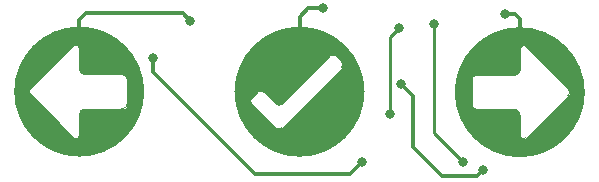
<source format=gbr>
%TF.GenerationSoftware,KiCad,Pcbnew,(6.0.10)*%
%TF.CreationDate,2023-01-10T11:01:26+01:00*%
%TF.ProjectId,Touchpad,546f7563-6870-4616-942e-6b696361645f,rev?*%
%TF.SameCoordinates,Original*%
%TF.FileFunction,Copper,L1,Top*%
%TF.FilePolarity,Positive*%
%FSLAX46Y46*%
G04 Gerber Fmt 4.6, Leading zero omitted, Abs format (unit mm)*
G04 Created by KiCad (PCBNEW (6.0.10)) date 2023-01-10 11:01:26*
%MOMM*%
%LPD*%
G01*
G04 APERTURE LIST*
%TA.AperFunction,EtchedComponent*%
%ADD10C,0.100000*%
%TD*%
%TA.AperFunction,EtchedComponent*%
%ADD11C,1.000000*%
%TD*%
%TA.AperFunction,EtchedComponent*%
%ADD12C,0.010000*%
%TD*%
%TA.AperFunction,EtchedComponent*%
%ADD13C,0.120000*%
%TD*%
%TA.AperFunction,SMDPad,CuDef*%
%ADD14R,0.355600X0.500000*%
%TD*%
%TA.AperFunction,ViaPad*%
%ADD15C,0.800000*%
%TD*%
%TA.AperFunction,Conductor*%
%ADD16C,0.355600*%
%TD*%
%TA.AperFunction,Conductor*%
%ADD17C,0.254000*%
%TD*%
G04 APERTURE END LIST*
D10*
%TO.C,TP3*%
X217350000Y-69575430D02*
X217350000Y-67797430D01*
X213286000Y-70083430D02*
X216855915Y-70085197D01*
X221731500Y-71543930D02*
X217858000Y-75417430D01*
X216842000Y-73004430D02*
X213286000Y-73004430D01*
X217350979Y-75240845D02*
X217352746Y-73448930D01*
X213286000Y-73004430D02*
X213286000Y-70083430D01*
X217794500Y-67606930D02*
X221731500Y-71543930D01*
X217350000Y-75226930D02*
G75*
G03*
X217870255Y-75403515I290096J0D01*
G01*
X213284233Y-72510345D02*
G75*
G03*
X213794000Y-73004430I446268J-49584D01*
G01*
X213780085Y-70081663D02*
G75*
G03*
X213286000Y-70591430I-49584J-446268D01*
G01*
X216855915Y-70085197D02*
G75*
G03*
X217350000Y-69575430I49584J446268D01*
G01*
X217352498Y-73448930D02*
G75*
G03*
X216842000Y-73004430I-448764J2D01*
G01*
X221414000Y-71861430D02*
G75*
G03*
X221447508Y-71256422I-254000J317500D01*
G01*
X217793971Y-67628827D02*
G75*
G03*
X217350000Y-67797430I-189971J-168603D01*
G01*
D11*
X222350000Y-71543930D02*
G75*
G03*
X222350000Y-71543930I-5000000J0D01*
G01*
G36*
X213286000Y-73131430D02*
G01*
X212714500Y-73131430D01*
X212714500Y-71480430D01*
X213286000Y-71480430D01*
X213286000Y-73131430D01*
G37*
D12*
X213286000Y-73131430D02*
X212714500Y-73131430D01*
X212714500Y-71480430D01*
X213286000Y-71480430D01*
X213286000Y-73131430D01*
G36*
X213222500Y-70273930D02*
G01*
X213222500Y-70019930D01*
X213540000Y-70019930D01*
X213222500Y-70273930D01*
G37*
D10*
X213222500Y-70273930D02*
X213222500Y-70019930D01*
X213540000Y-70019930D01*
X213222500Y-70273930D01*
G36*
X221795000Y-71670930D02*
G01*
X221604500Y-71670930D01*
X221604500Y-71480430D01*
X221795000Y-71480430D01*
X221795000Y-71670930D01*
G37*
X221795000Y-71670930D02*
X221604500Y-71670930D01*
X221604500Y-71480430D01*
X221795000Y-71480430D01*
X221795000Y-71670930D01*
G36*
X219826500Y-67352930D02*
G01*
X222303000Y-69765930D01*
X221858500Y-73956930D01*
X219001000Y-76179430D01*
X216270500Y-76306430D01*
X213286000Y-74528430D01*
X212524000Y-73131430D01*
X213286000Y-73004430D01*
X217032500Y-73004430D01*
X217286500Y-73194930D01*
X217350000Y-73702930D01*
X217350000Y-75226930D01*
X217477000Y-75480930D01*
X217794500Y-75480930D01*
X221604500Y-71670930D01*
X221604500Y-71480430D01*
X217985000Y-67797430D01*
X217667500Y-67543430D01*
X217413500Y-67606930D01*
X217350000Y-67924430D01*
X217350000Y-69638930D01*
X217223000Y-69956430D01*
X216969000Y-70083430D01*
X213286000Y-70083430D01*
X213286000Y-71607430D01*
X212460500Y-71607430D01*
X212841500Y-69702430D01*
X214746500Y-67162430D01*
X217286500Y-66273430D01*
X219826500Y-67352930D01*
G37*
D12*
X219826500Y-67352930D02*
X222303000Y-69765930D01*
X221858500Y-73956930D01*
X219001000Y-76179430D01*
X216270500Y-76306430D01*
X213286000Y-74528430D01*
X212524000Y-73131430D01*
X213286000Y-73004430D01*
X217032500Y-73004430D01*
X217286500Y-73194930D01*
X217350000Y-73702930D01*
X217350000Y-75226930D01*
X217477000Y-75480930D01*
X217794500Y-75480930D01*
X221604500Y-71670930D01*
X221604500Y-71480430D01*
X217985000Y-67797430D01*
X217667500Y-67543430D01*
X217413500Y-67606930D01*
X217350000Y-67924430D01*
X217350000Y-69638930D01*
X217223000Y-69956430D01*
X216969000Y-70083430D01*
X213286000Y-70083430D01*
X213286000Y-71607430D01*
X212460500Y-71607430D01*
X212841500Y-69702430D01*
X214746500Y-67162430D01*
X217286500Y-66273430D01*
X219826500Y-67352930D01*
G36*
X213540000Y-73004430D02*
G01*
X213222500Y-73004430D01*
X213222500Y-72750430D01*
X213540000Y-73004430D01*
G37*
D10*
X213540000Y-73004430D02*
X213222500Y-73004430D01*
X213222500Y-72750430D01*
X213540000Y-73004430D01*
D13*
%TO.C,TP1*%
X194636001Y-72008001D02*
X195144000Y-71500000D01*
X202255999Y-68960001D02*
X201747999Y-68452001D01*
X201240000Y-68452000D02*
X197176000Y-72516000D01*
X195651999Y-71500001D02*
X196668000Y-72516000D01*
X194636000Y-72516000D02*
X196668000Y-74548000D01*
X197175999Y-74547999D02*
X202255999Y-69467999D01*
X194636001Y-72008001D02*
G75*
G03*
X194636001Y-72515999I253998J-253999D01*
G01*
X196668001Y-74547999D02*
G75*
G03*
X197175999Y-74547999I253999J253998D01*
G01*
X202255999Y-69467999D02*
G75*
G03*
X202255999Y-68960001I-253999J253999D01*
G01*
X201747999Y-68452001D02*
G75*
G03*
X201240001Y-68452001I-253999J-253998D01*
G01*
X196668001Y-72515999D02*
G75*
G03*
X197175999Y-72515999I253999J253998D01*
G01*
X195651999Y-71500001D02*
G75*
G03*
X195144001Y-71500001I-253999J-253998D01*
G01*
D11*
X203700000Y-71500000D02*
G75*
G03*
X203700000Y-71500000I-5000000J0D01*
G01*
G36*
X197049000Y-74738500D02*
G01*
X197239500Y-75818000D01*
X196350500Y-75818000D01*
X196414000Y-74548000D01*
X196668000Y-74548000D01*
X197049000Y-74738500D01*
G37*
D12*
X197049000Y-74738500D02*
X197239500Y-75818000D01*
X196350500Y-75818000D01*
X196414000Y-74548000D01*
X196668000Y-74548000D01*
X197049000Y-74738500D01*
G36*
X201557500Y-67309000D02*
G01*
X203589500Y-69849000D01*
X203526000Y-72452500D01*
X202256000Y-75056000D01*
X199335000Y-76453000D01*
X196985500Y-76135500D01*
X196922000Y-74675000D01*
X197176000Y-74548000D01*
X202256000Y-69468000D01*
X202383000Y-69150500D01*
X202256000Y-68960000D01*
X201684500Y-68388500D01*
X201303500Y-68388500D01*
X197239500Y-72452500D01*
X196985500Y-72643000D01*
X196668000Y-72516000D01*
X195715500Y-71563500D01*
X195461500Y-71436500D01*
X195207500Y-71436500D01*
X194572500Y-72071500D01*
X194509000Y-72262000D01*
X194699500Y-72579500D01*
X196668000Y-74548000D01*
X196668000Y-75818000D01*
X195271000Y-75246500D01*
X194064500Y-73468500D01*
X193874000Y-70865000D01*
X194826500Y-68134500D01*
X198065000Y-66420000D01*
X201557500Y-67309000D01*
G37*
X201557500Y-67309000D02*
X203589500Y-69849000D01*
X203526000Y-72452500D01*
X202256000Y-75056000D01*
X199335000Y-76453000D01*
X196985500Y-76135500D01*
X196922000Y-74675000D01*
X197176000Y-74548000D01*
X202256000Y-69468000D01*
X202383000Y-69150500D01*
X202256000Y-68960000D01*
X201684500Y-68388500D01*
X201303500Y-68388500D01*
X197239500Y-72452500D01*
X196985500Y-72643000D01*
X196668000Y-72516000D01*
X195715500Y-71563500D01*
X195461500Y-71436500D01*
X195207500Y-71436500D01*
X194572500Y-72071500D01*
X194509000Y-72262000D01*
X194699500Y-72579500D01*
X196668000Y-74548000D01*
X196668000Y-75818000D01*
X195271000Y-75246500D01*
X194064500Y-73468500D01*
X193874000Y-70865000D01*
X194826500Y-68134500D01*
X198065000Y-66420000D01*
X201557500Y-67309000D01*
D10*
%TO.C,TP2*%
X180049021Y-67797015D02*
X180047254Y-69588930D01*
X180558000Y-70033430D02*
X184114000Y-70033430D01*
X179605500Y-75430930D02*
X175668500Y-71493930D01*
X184114000Y-70033430D02*
X184114000Y-72954430D01*
X175668500Y-71493930D02*
X179542000Y-67620430D01*
X184114000Y-72954430D02*
X180544085Y-72952663D01*
X180050000Y-73462430D02*
X180050000Y-75240430D01*
X179606029Y-75409033D02*
G75*
G03*
X180050000Y-75240430I189971J168603D01*
G01*
X180047502Y-69588930D02*
G75*
G03*
X180558000Y-70033430I448764J-2D01*
G01*
X183619915Y-72956197D02*
G75*
G03*
X184114000Y-72446430I49585J446267D01*
G01*
X184115767Y-70527515D02*
G75*
G03*
X183606000Y-70033430I-446267J49585D01*
G01*
X175986000Y-71176430D02*
G75*
G03*
X175952492Y-71781438I254000J-317500D01*
G01*
X180050000Y-67810930D02*
G75*
G03*
X179529745Y-67634345I-290096J0D01*
G01*
X180544085Y-72952663D02*
G75*
G03*
X180050000Y-73462430I-49585J-446267D01*
G01*
D11*
X185050000Y-71493930D02*
G75*
G03*
X185050000Y-71493930I-5000000J0D01*
G01*
G36*
X175795500Y-71557430D02*
G01*
X175605000Y-71557430D01*
X175605000Y-71366930D01*
X175795500Y-71366930D01*
X175795500Y-71557430D01*
G37*
D10*
X175795500Y-71557430D02*
X175605000Y-71557430D01*
X175605000Y-71366930D01*
X175795500Y-71366930D01*
X175795500Y-71557430D01*
G36*
X184177500Y-70287430D02*
G01*
X183860000Y-70033430D01*
X184177500Y-70033430D01*
X184177500Y-70287430D01*
G37*
X184177500Y-70287430D02*
X183860000Y-70033430D01*
X184177500Y-70033430D01*
X184177500Y-70287430D01*
G36*
X184177500Y-73017930D02*
G01*
X183860000Y-73017930D01*
X184177500Y-72763930D01*
X184177500Y-73017930D01*
G37*
X184177500Y-73017930D02*
X183860000Y-73017930D01*
X184177500Y-72763930D01*
X184177500Y-73017930D01*
G36*
X184685500Y-71557430D02*
G01*
X184114000Y-71557430D01*
X184114000Y-69906430D01*
X184685500Y-69906430D01*
X184685500Y-71557430D01*
G37*
D12*
X184685500Y-71557430D02*
X184114000Y-71557430D01*
X184114000Y-69906430D01*
X184685500Y-69906430D01*
X184685500Y-71557430D01*
G36*
X184114000Y-68509430D02*
G01*
X184876000Y-69906430D01*
X184114000Y-70033430D01*
X180367500Y-70033430D01*
X180113500Y-69842930D01*
X180050000Y-69334930D01*
X180050000Y-67810930D01*
X179923000Y-67556930D01*
X179605500Y-67556930D01*
X175795500Y-71366930D01*
X175795500Y-71557430D01*
X179415000Y-75240430D01*
X179732500Y-75494430D01*
X179986500Y-75430930D01*
X180050000Y-75113430D01*
X180050000Y-73398930D01*
X180177000Y-73081430D01*
X180431000Y-72954430D01*
X184114000Y-72954430D01*
X184114000Y-71430430D01*
X184939500Y-71430430D01*
X184558500Y-73335430D01*
X182653500Y-75875430D01*
X180113500Y-76764430D01*
X177573500Y-75684930D01*
X175097000Y-73271930D01*
X175541500Y-69080930D01*
X178399000Y-66858430D01*
X181129500Y-66731430D01*
X184114000Y-68509430D01*
G37*
X184114000Y-68509430D02*
X184876000Y-69906430D01*
X184114000Y-70033430D01*
X180367500Y-70033430D01*
X180113500Y-69842930D01*
X180050000Y-69334930D01*
X180050000Y-67810930D01*
X179923000Y-67556930D01*
X179605500Y-67556930D01*
X175795500Y-71366930D01*
X175795500Y-71557430D01*
X179415000Y-75240430D01*
X179732500Y-75494430D01*
X179986500Y-75430930D01*
X180050000Y-75113430D01*
X180050000Y-73398930D01*
X180177000Y-73081430D01*
X180431000Y-72954430D01*
X184114000Y-72954430D01*
X184114000Y-71430430D01*
X184939500Y-71430430D01*
X184558500Y-73335430D01*
X182653500Y-75875430D01*
X180113500Y-76764430D01*
X177573500Y-75684930D01*
X175097000Y-73271930D01*
X175541500Y-69080930D01*
X178399000Y-66858430D01*
X181129500Y-66731430D01*
X184114000Y-68509430D01*
%TD*%
D14*
%TO.P,TP3,1,1*%
%TO.N,Net-(C5-Pad1)*%
X217350000Y-65806070D03*
%TD*%
%TO.P,TP1,1,1*%
%TO.N,Net-(C1-Pad1)*%
X198700000Y-65762140D03*
%TD*%
%TO.P,TP2,1,1*%
%TO.N,Net-(C3-Pad1)*%
X180050000Y-65756070D03*
%TD*%
D15*
%TO.N,Net-(C5-Pad1)*%
X216100000Y-64950000D03*
%TO.N,TP2*%
X186300000Y-68650000D03*
X204000000Y-77450000D03*
%TO.N,TP3*%
X210100000Y-65750000D03*
X212550000Y-77450000D03*
%TO.N,+5V*%
X207300000Y-70850000D03*
X214250000Y-78100000D03*
%TO.N,Net-(C1-Pad1)*%
X200650000Y-64450000D03*
%TO.N,Net-(C3-Pad1)*%
X189450000Y-65500000D03*
%TO.N,TP1*%
X206350000Y-73350000D03*
X207100000Y-66100000D03*
%TD*%
D16*
%TO.N,Net-(C5-Pad1)*%
X216950000Y-64950000D02*
X217350000Y-65350000D01*
X217350000Y-65350000D02*
X217350000Y-65550000D01*
X216100000Y-64950000D02*
X216950000Y-64950000D01*
%TO.N,TP2*%
X186300000Y-69850000D02*
X194900000Y-78450000D01*
X194900000Y-78450000D02*
X203000000Y-78450000D01*
X186300000Y-68650000D02*
X186300000Y-69850000D01*
X203000000Y-78450000D02*
X204000000Y-77450000D01*
D17*
%TO.N,TP3*%
X210100000Y-75000000D02*
X212550000Y-77450000D01*
X210100000Y-65750000D02*
X210100000Y-75000000D01*
D16*
%TO.N,+5V*%
X208350000Y-71900000D02*
X208350000Y-76150000D01*
X213750000Y-78600000D02*
X214250000Y-78100000D01*
X207300000Y-70850000D02*
X208350000Y-71900000D01*
X208350000Y-76150000D02*
X210800000Y-78600000D01*
X210800000Y-78600000D02*
X213750000Y-78600000D01*
%TO.N,Net-(C1-Pad1)*%
X198700000Y-65200000D02*
X198700000Y-65500000D01*
X200650000Y-64450000D02*
X199450000Y-64450000D01*
X199450000Y-64450000D02*
X198700000Y-65200000D01*
%TO.N,Net-(C3-Pad1)*%
X180625000Y-64850000D02*
X180043597Y-65431403D01*
X180043597Y-65431403D02*
X180043597Y-65613493D01*
X189450000Y-65500000D02*
X188800000Y-64850000D01*
X188800000Y-64850000D02*
X180625000Y-64850000D01*
D17*
%TO.N,TP1*%
X206350000Y-73350000D02*
X206350000Y-66850000D01*
X206350000Y-66850000D02*
X207100000Y-66100000D01*
%TD*%
M02*

</source>
